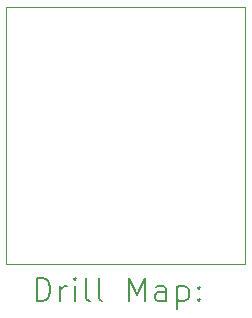
<source format=gbr>
%TF.GenerationSoftware,KiCad,Pcbnew,8.0.01-1-dev-1e03266dfe*%
%TF.CreationDate,2024-03-02T01:40:54-08:00*%
%TF.ProjectId,sfh7070_breakoutboard,73666837-3037-4305-9f62-7265616b6f75,rev?*%
%TF.SameCoordinates,Original*%
%TF.FileFunction,Drillmap*%
%TF.FilePolarity,Positive*%
%FSLAX45Y45*%
G04 Gerber Fmt 4.5, Leading zero omitted, Abs format (unit mm)*
G04 Created by KiCad (PCBNEW 8.0.01-1-dev-1e03266dfe) date 2024-03-02 01:40:54*
%MOMM*%
%LPD*%
G01*
G04 APERTURE LIST*
%ADD10C,0.050000*%
%ADD11C,0.200000*%
G04 APERTURE END LIST*
D10*
X2025000Y-1750000D02*
X4050000Y-1750000D01*
X4050000Y-3925000D01*
X2025000Y-3925000D01*
X2025000Y-1750000D01*
D11*
X2283277Y-4238984D02*
X2283277Y-4038984D01*
X2283277Y-4038984D02*
X2330896Y-4038984D01*
X2330896Y-4038984D02*
X2359467Y-4048508D01*
X2359467Y-4048508D02*
X2378515Y-4067555D01*
X2378515Y-4067555D02*
X2388039Y-4086603D01*
X2388039Y-4086603D02*
X2397563Y-4124698D01*
X2397563Y-4124698D02*
X2397563Y-4153269D01*
X2397563Y-4153269D02*
X2388039Y-4191365D01*
X2388039Y-4191365D02*
X2378515Y-4210412D01*
X2378515Y-4210412D02*
X2359467Y-4229460D01*
X2359467Y-4229460D02*
X2330896Y-4238984D01*
X2330896Y-4238984D02*
X2283277Y-4238984D01*
X2483277Y-4238984D02*
X2483277Y-4105650D01*
X2483277Y-4143746D02*
X2492801Y-4124698D01*
X2492801Y-4124698D02*
X2502324Y-4115174D01*
X2502324Y-4115174D02*
X2521372Y-4105650D01*
X2521372Y-4105650D02*
X2540420Y-4105650D01*
X2607086Y-4238984D02*
X2607086Y-4105650D01*
X2607086Y-4038984D02*
X2597563Y-4048508D01*
X2597563Y-4048508D02*
X2607086Y-4058031D01*
X2607086Y-4058031D02*
X2616610Y-4048508D01*
X2616610Y-4048508D02*
X2607086Y-4038984D01*
X2607086Y-4038984D02*
X2607086Y-4058031D01*
X2730896Y-4238984D02*
X2711848Y-4229460D01*
X2711848Y-4229460D02*
X2702324Y-4210412D01*
X2702324Y-4210412D02*
X2702324Y-4038984D01*
X2835658Y-4238984D02*
X2816610Y-4229460D01*
X2816610Y-4229460D02*
X2807086Y-4210412D01*
X2807086Y-4210412D02*
X2807086Y-4038984D01*
X3064229Y-4238984D02*
X3064229Y-4038984D01*
X3064229Y-4038984D02*
X3130896Y-4181841D01*
X3130896Y-4181841D02*
X3197562Y-4038984D01*
X3197562Y-4038984D02*
X3197562Y-4238984D01*
X3378515Y-4238984D02*
X3378515Y-4134222D01*
X3378515Y-4134222D02*
X3368991Y-4115174D01*
X3368991Y-4115174D02*
X3349943Y-4105650D01*
X3349943Y-4105650D02*
X3311848Y-4105650D01*
X3311848Y-4105650D02*
X3292801Y-4115174D01*
X3378515Y-4229460D02*
X3359467Y-4238984D01*
X3359467Y-4238984D02*
X3311848Y-4238984D01*
X3311848Y-4238984D02*
X3292801Y-4229460D01*
X3292801Y-4229460D02*
X3283277Y-4210412D01*
X3283277Y-4210412D02*
X3283277Y-4191365D01*
X3283277Y-4191365D02*
X3292801Y-4172317D01*
X3292801Y-4172317D02*
X3311848Y-4162793D01*
X3311848Y-4162793D02*
X3359467Y-4162793D01*
X3359467Y-4162793D02*
X3378515Y-4153269D01*
X3473753Y-4105650D02*
X3473753Y-4305650D01*
X3473753Y-4115174D02*
X3492801Y-4105650D01*
X3492801Y-4105650D02*
X3530896Y-4105650D01*
X3530896Y-4105650D02*
X3549943Y-4115174D01*
X3549943Y-4115174D02*
X3559467Y-4124698D01*
X3559467Y-4124698D02*
X3568991Y-4143746D01*
X3568991Y-4143746D02*
X3568991Y-4200889D01*
X3568991Y-4200889D02*
X3559467Y-4219936D01*
X3559467Y-4219936D02*
X3549943Y-4229460D01*
X3549943Y-4229460D02*
X3530896Y-4238984D01*
X3530896Y-4238984D02*
X3492801Y-4238984D01*
X3492801Y-4238984D02*
X3473753Y-4229460D01*
X3654705Y-4219936D02*
X3664229Y-4229460D01*
X3664229Y-4229460D02*
X3654705Y-4238984D01*
X3654705Y-4238984D02*
X3645182Y-4229460D01*
X3645182Y-4229460D02*
X3654705Y-4219936D01*
X3654705Y-4219936D02*
X3654705Y-4238984D01*
X3654705Y-4115174D02*
X3664229Y-4124698D01*
X3664229Y-4124698D02*
X3654705Y-4134222D01*
X3654705Y-4134222D02*
X3645182Y-4124698D01*
X3645182Y-4124698D02*
X3654705Y-4115174D01*
X3654705Y-4115174D02*
X3654705Y-4134222D01*
M02*

</source>
